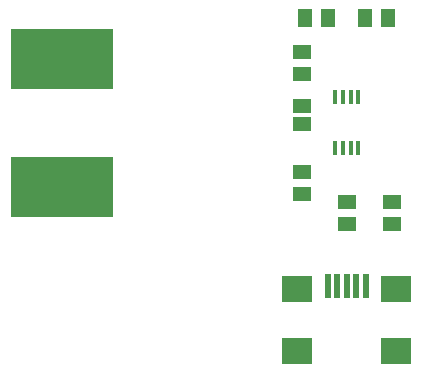
<source format=gtp>
G75*
%MOIN*%
%OFA0B0*%
%FSLAX25Y25*%
%IPPOS*%
%LPD*%
%AMOC8*
5,1,8,0,0,1.08239X$1,22.5*
%
%ADD10R,0.05906X0.05118*%
%ADD11R,0.05118X0.05906*%
%ADD12R,0.01575X0.04724*%
%ADD13R,0.34449X0.20472*%
%ADD14R,0.09843X0.08661*%
%ADD15R,0.01969X0.07874*%
%ADD16R,0.06300X0.04600*%
D10*
X0106937Y0065556D03*
X0106937Y0073037D03*
X0121937Y0063037D03*
X0121937Y0055556D03*
X0136937Y0055556D03*
X0136937Y0063037D03*
X0106937Y0105556D03*
X0106937Y0113037D03*
D11*
X0108197Y0124296D03*
X0115677Y0124296D03*
X0128197Y0124296D03*
X0135677Y0124296D03*
D12*
X0125776Y0097787D03*
X0123217Y0097787D03*
X0120657Y0097787D03*
X0118098Y0097787D03*
X0118098Y0080805D03*
X0120657Y0080805D03*
X0123217Y0080805D03*
X0125776Y0080805D03*
D13*
X0026937Y0068037D03*
X0026937Y0110556D03*
D14*
X0105406Y0034078D03*
X0105406Y0013211D03*
X0138477Y0013211D03*
X0138477Y0034078D03*
D15*
X0128241Y0035062D03*
X0125092Y0035062D03*
X0121942Y0035062D03*
X0118792Y0035062D03*
X0115643Y0035062D03*
D16*
X0106937Y0088796D03*
X0106937Y0094796D03*
M02*

</source>
